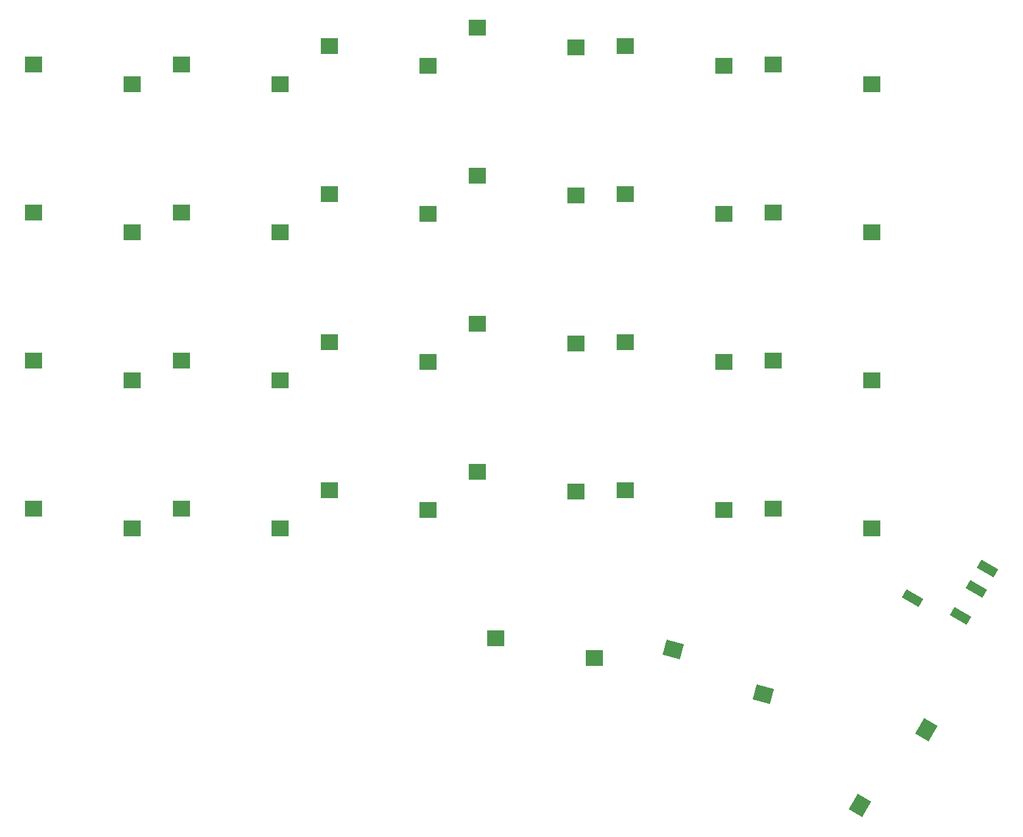
<source format=gtp>
G04 #@! TF.GenerationSoftware,KiCad,Pcbnew,8.0.4*
G04 #@! TF.CreationDate,2024-09-10T03:21:52+03:00*
G04 #@! TF.ProjectId,silakka54,73696c61-6b6b-4613-9534-2e6b69636164,rev?*
G04 #@! TF.SameCoordinates,Original*
G04 #@! TF.FileFunction,Paste,Top*
G04 #@! TF.FilePolarity,Positive*
%FSLAX46Y46*%
G04 Gerber Fmt 4.6, Leading zero omitted, Abs format (unit mm)*
G04 Created by KiCad (PCBNEW 8.0.4) date 2024-09-10 03:21:52*
%MOMM*%
%LPD*%
G01*
G04 APERTURE LIST*
G04 Aperture macros list*
%AMRotRect*
0 Rectangle, with rotation*
0 The origin of the aperture is its center*
0 $1 length*
0 $2 width*
0 $3 Rotation angle, in degrees counterclockwise*
0 Add horizontal line*
21,1,$1,$2,0,0,$3*%
G04 Aperture macros list end*
%ADD10R,2.300000X2.000000*%
%ADD11RotRect,2.300000X2.000000X165.000000*%
%ADD12RotRect,1.200000X2.500000X240.000000*%
%ADD13RotRect,2.300000X2.000000X60.000000*%
G04 APERTURE END LIST*
D10*
G04 #@! TO.C,S25*
X106750000Y-111720000D03*
X94050000Y-109180000D03*
G04 #@! TD*
G04 #@! TO.C,S11*
X123418750Y-54570000D03*
X110718750Y-52030000D03*
G04 #@! TD*
G04 #@! TO.C,S5*
X123418750Y-35520000D03*
X110718750Y-32980000D03*
G04 #@! TD*
G04 #@! TO.C,S6*
X142468750Y-37901250D03*
X129768750Y-35361250D03*
G04 #@! TD*
G04 #@! TO.C,S10*
X104368750Y-52188750D03*
X91668750Y-49648750D03*
G04 #@! TD*
G04 #@! TO.C,S23*
X123418750Y-92670000D03*
X110718750Y-90130000D03*
G04 #@! TD*
G04 #@! TO.C,S3*
X85318750Y-35520000D03*
X72618750Y-32980000D03*
G04 #@! TD*
D11*
G04 #@! TO.C,S26*
X128527984Y-116400895D03*
X116918126Y-110660441D03*
G04 #@! TD*
D10*
G04 #@! TO.C,S17*
X123418750Y-73620000D03*
X110718750Y-71080000D03*
G04 #@! TD*
G04 #@! TO.C,S8*
X66268750Y-56951250D03*
X53568750Y-54411250D03*
G04 #@! TD*
D12*
G04 #@! TO.C,J1*
X155925412Y-102814968D03*
X157425409Y-100216893D03*
X147746245Y-103981696D03*
X153925410Y-106279070D03*
G04 #@! TD*
D10*
G04 #@! TO.C,S13*
X47218750Y-76001250D03*
X34518750Y-73461250D03*
G04 #@! TD*
G04 #@! TO.C,S16*
X104368750Y-71238750D03*
X91668750Y-68698750D03*
G04 #@! TD*
D13*
G04 #@! TO.C,S27*
X140963096Y-130663428D03*
X149512800Y-120934905D03*
G04 #@! TD*
D10*
G04 #@! TO.C,S14*
X66268750Y-76001250D03*
X53568750Y-73461250D03*
G04 #@! TD*
G04 #@! TO.C,S7*
X47218750Y-56951250D03*
X34518750Y-54411250D03*
G04 #@! TD*
G04 #@! TO.C,S22*
X104368750Y-90288750D03*
X91668750Y-87748750D03*
G04 #@! TD*
G04 #@! TO.C,S19*
X47218750Y-95051250D03*
X34518750Y-92511250D03*
G04 #@! TD*
G04 #@! TO.C,S20*
X66268750Y-95051250D03*
X53568750Y-92511250D03*
G04 #@! TD*
G04 #@! TO.C,S2*
X66268750Y-37901250D03*
X53568750Y-35361250D03*
G04 #@! TD*
G04 #@! TO.C,S21*
X85318750Y-92670000D03*
X72618750Y-90130000D03*
G04 #@! TD*
G04 #@! TO.C,S12*
X142468750Y-56951250D03*
X129768750Y-54411250D03*
G04 #@! TD*
G04 #@! TO.C,S18*
X142468750Y-76001250D03*
X129768750Y-73461250D03*
G04 #@! TD*
G04 #@! TO.C,S4*
X104368750Y-33138750D03*
X91668750Y-30598750D03*
G04 #@! TD*
G04 #@! TO.C,S24*
X142468750Y-95051250D03*
X129768750Y-92511250D03*
G04 #@! TD*
G04 #@! TO.C,S9*
X85318750Y-54570000D03*
X72618750Y-52030000D03*
G04 #@! TD*
G04 #@! TO.C,S15*
X85318750Y-73620000D03*
X72618750Y-71080000D03*
G04 #@! TD*
G04 #@! TO.C,S1*
X47218750Y-37901250D03*
X34518750Y-35361250D03*
G04 #@! TD*
M02*

</source>
